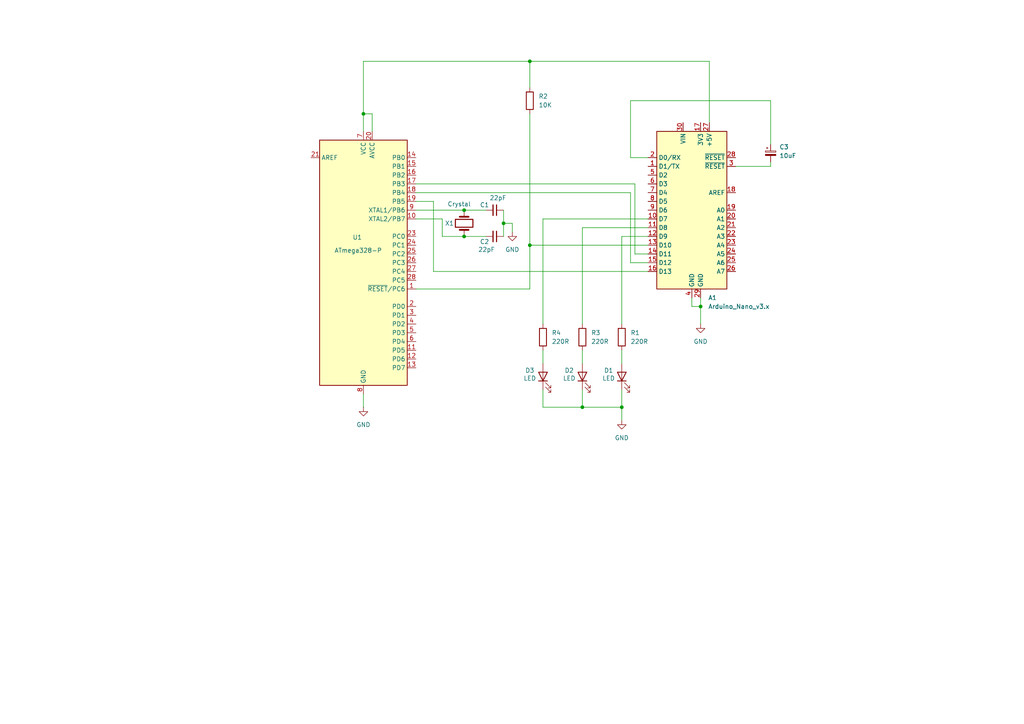
<source format=kicad_sch>
(kicad_sch (version 20231120) (generator "eeschema") (generator_version "8.0")
  (paper "A4")
  (lib_symbols
    (symbol "Device:C_Polarized_Small" (pin_numbers hide) (pin_names (offset 0.254) hide)
      (property "Reference" "C" (at 0.254 1.778 0))
      (property "Value" "C_Polarized_Small" (at 0.254 -2.032 0))
      (symbol "C_Polarized_Small_0_1"
        (rectangle (start -1.524 -0.3048) (end 1.524 -0.6858) (fill (type outline)))
        (rectangle (start -1.524 0.6858) (end 1.524 0.3048))
        (polyline (pts (xy -1.27 1.524) (xy -0.762 1.524)))
        (polyline (pts (xy -1.016 1.27) (xy -1.016 1.778)))
      )
      (symbol "C_Polarized_Small_1_1"
        (pin passive line (at 0 2.54 270) (length 1.8542) (name "~") (number "1"))
        (pin passive line (at 0 -2.54 90) (length 1.8542) (name "~") (number "2"))
      )
    )
    (symbol "Device:C_Small" (pin_numbers hide) (pin_names (offset 0.254) hide)
      (property "Reference" "C" (at 0.254 1.778 0))
      (property "Value" "C_Small" (at 0.254 -2.032 0))
      (symbol "C_Small_0_1"
        (polyline (pts (xy -1.524 -0.508) (xy 1.524 -0.508)) (stroke (width 0.3302)))
        (polyline (pts (xy -1.524 0.508) (xy 1.524 0.508)) (stroke (width 0.3048)))
      )
      (symbol "C_Small_1_1"
        (pin passive line (at 0 2.54 270) (length 2.032) (name "~") (number "1"))
        (pin passive line (at 0 -2.54 90) (length 2.032) (name "~") (number "2"))
      )
    )
    (symbol "Device:Crystal" (pin_numbers hide) (pin_names (offset 1.016) hide)
      (property "Reference" "Y" (at 0 3.81 0))
      (property "Value" "Crystal" (at 0 -3.81 0))
      (symbol "Crystal_0_1"
        (rectangle (start -1.143 2.54) (end 1.143 -2.54) (stroke (width 0.3048)))
        (polyline (pts (xy -2.54 0) (xy -1.905 0)))
        (polyline (pts (xy -1.905 -1.27) (xy -1.905 1.27)) (stroke (width 0.508)))
        (polyline (pts (xy 1.905 -1.27) (xy 1.905 1.27)) (stroke (width 0.508)))
        (polyline (pts (xy 2.54 0) (xy 1.905 0)))
      )
      (symbol "Crystal_1_1"
        (pin passive line (at -3.81 0 0) (length 1.27) (name "1") (number "1"))
        (pin passive line (at 3.81 0 180) (length 1.27) (name "2") (number "2"))
      )
    )
    (symbol "Device:LED" (pin_numbers hide) (pin_names (offset 1.016) hide)
      (property "Reference" "D" (at 0 2.54 0))
      (property "Value" "LED" (at 0 -2.54 0))
      (symbol "LED_0_1"
        (polyline (pts (xy -1.27 -1.27) (xy -1.27 1.27)) (stroke (width 0.254)))
        (polyline (pts (xy -1.27 0) (xy 1.27 0)))
        (polyline (pts (xy 1.27 -1.27) (xy 1.27 1.27) (xy -1.27 0) (xy 1.27 -1.27)) (stroke (width 0.254)))
        (polyline (pts (xy -3.048 -0.762) (xy -4.572 -2.286) (xy -3.81 -2.286) (xy -4.572 -2.286) (xy -4.572 -1.524)))
        (polyline (pts (xy -1.778 -0.762) (xy -3.302 -2.286) (xy -2.54 -2.286) (xy -3.302 -2.286) (xy -3.302 -1.524)))
      )
      (symbol "LED_1_1"
        (pin passive line (at -3.81 0 0) (length 2.54) (name "K") (number "1"))
        (pin passive line (at 3.81 0 180) (length 2.54) (name "A") (number "2"))
      )
    )
    (symbol "Device:R" (pin_numbers hide) (pin_names (offset 0))
      (property "Reference" "R" (at 2.032 0 90))
      (property "Value" "R" (at 0 0 90))
      (symbol "R_0_1"
        (rectangle (start -1.016 -2.54) (end 1.016 2.54) (stroke (width 0.254)))
      )
      (symbol "R_1_1"
        (pin passive line (at 0 3.81 270) (length 1.27) (name "~") (number "1"))
        (pin passive line (at 0 -3.81 90) (length 1.27) (name "~") (number "2"))
      )
    )
    (symbol "MCU_Microchip_ATmega:ATmega328-P"
      (property "Reference" "U" (at -12.7 36.83 0))
      (property "Value" "ATmega328-P" (at 2.54 -36.83 0))
      (symbol "ATmega328-P_0_1"
        (rectangle (start -12.7 -35.56) (end 12.7 35.56) (stroke (width 0.254)) (fill (type background)))
      )
      (symbol "ATmega328-P_1_1"
        (pin bidirectional line (at 15.24 -7.62 180) (length 2.54) (name "~{RESET}/PC6") (number "1"))
        (pin bidirectional line (at 15.24 12.7 180) (length 2.54) (name "XTAL2/PB7") (number "10"))
        (pin bidirectional line (at 15.24 -25.4 180) (length 2.54) (name "PD5") (number "11"))
        (pin bidirectional line (at 15.24 -27.94 180) (length 2.54) (name "PD6") (number "12"))
        (pin bidirectional line (at 15.24 -30.48 180) (length 2.54) (name "PD7") (number "13"))
        (pin bidirectional line (at 15.24 30.48 180) (length 2.54) (name "PB0") (number "14"))
        (pin bidirectional line (at 15.24 27.94 180) (length 2.54) (name "PB1") (number "15"))
        (pin bidirectional line (at 15.24 25.4 180) (length 2.54) (name "PB2") (number "16"))
        (pin bidirectional line (at 15.24 22.86 180) (length 2.54) (name "PB3") (number "17"))
        (pin bidirectional line (at 15.24 20.32 180) (length 2.54) (name "PB4") (number "18"))
        (pin bidirectional line (at 15.24 17.78 180) (length 2.54) (name "PB5") (number "19"))
        (pin bidirectional line (at 15.24 -12.7 180) (length 2.54) (name "PD0") (number "2"))
        (pin power_in line (at 2.54 38.1 270) (length 2.54) (name "AVCC") (number "20"))
        (pin passive line (at -15.24 30.48 0) (length 2.54) (name "AREF") (number "21"))
        (pin passive line (at 0 -38.1 90) (length 2.54) hide (name "GND") (number "22"))
        (pin bidirectional line (at 15.24 7.62 180) (length 2.54) (name "PC0") (number "23"))
        (pin bidirectional line (at 15.24 5.08 180) (length 2.54) (name "PC1") (number "24"))
        (pin bidirectional line (at 15.24 2.54 180) (length 2.54) (name "PC2") (number "25"))
        (pin bidirectional line (at 15.24 0 180) (length 2.54) (name "PC3") (number "26"))
        (pin bidirectional line (at 15.24 -2.54 180) (length 2.54) (name "PC4") (number "27"))
        (pin bidirectional line (at 15.24 -5.08 180) (length 2.54) (name "PC5") (number "28"))
        (pin bidirectional line (at 15.24 -15.24 180) (length 2.54) (name "PD1") (number "3"))
        (pin bidirectional line (at 15.24 -17.78 180) (length 2.54) (name "PD2") (number "4"))
        (pin bidirectional line (at 15.24 -20.32 180) (length 2.54) (name "PD3") (number "5"))
        (pin bidirectional line (at 15.24 -22.86 180) (length 2.54) (name "PD4") (number "6"))
        (pin power_in line (at 0 38.1 270) (length 2.54) (name "VCC") (number "7"))
        (pin power_in line (at 0 -38.1 90) (length 2.54) (name "GND") (number "8"))
        (pin bidirectional line (at 15.24 15.24 180) (length 2.54) (name "XTAL1/PB6") (number "9"))
      )
    )
    (symbol "MCU_Module:Arduino_Nano_v3.x"
      (property "Reference" "A" (at -10.16 23.495 0))
      (property "Value" "Arduino_Nano_v3.x" (at 5.08 -24.13 0))
      (symbol "Arduino_Nano_v3.x_0_1"
        (rectangle (start -10.16 22.86) (end 10.16 -22.86) (stroke (width 0.254)) (fill (type background)))
      )
      (symbol "Arduino_Nano_v3.x_1_1"
        (pin bidirectional line (at -12.7 12.7 0) (length 2.54) (name "D1/TX") (number "1"))
        (pin bidirectional line (at -12.7 -2.54 0) (length 2.54) (name "D7") (number "10"))
        (pin bidirectional line (at -12.7 -5.08 0) (length 2.54) (name "D8") (number "11"))
        (pin bidirectional line (at -12.7 -7.62 0) (length 2.54) (name "D9") (number "12"))
        (pin bidirectional line (at -12.7 -10.16 0) (length 2.54) (name "D10") (number "13"))
        (pin bidirectional line (at -12.7 -12.7 0) (length 2.54) (name "D11") (number "14"))
        (pin bidirectional line (at -12.7 -15.24 0) (length 2.54) (name "D12") (number "15"))
        (pin bidirectional line (at -12.7 -17.78 0) (length 2.54) (name "D13") (number "16"))
        (pin power_out line (at 2.54 25.4 270) (length 2.54) (name "3V3") (number "17"))
        (pin input line (at 12.7 5.08 180) (length 2.54) (name "AREF") (number "18"))
        (pin bidirectional line (at 12.7 0 180) (length 2.54) (name "A0") (number "19"))
        (pin bidirectional line (at -12.7 15.24 0) (length 2.54) (name "D0/RX") (number "2"))
        (pin bidirectional line (at 12.7 -2.54 180) (length 2.54) (name "A1") (number "20"))
        (pin bidirectional line (at 12.7 -5.08 180) (length 2.54) (name "A2") (number "21"))
        (pin bidirectional line (at 12.7 -7.62 180) (length 2.54) (name "A3") (number "22"))
        (pin bidirectional line (at 12.7 -10.16 180) (length 2.54) (name "A4") (number "23"))
        (pin bidirectional line (at 12.7 -12.7 180) (length 2.54) (name "A5") (number "24"))
        (pin bidirectional line (at 12.7 -15.24 180) (length 2.54) (name "A6") (number "25"))
        (pin bidirectional line (at 12.7 -17.78 180) (length 2.54) (name "A7") (number "26"))
        (pin power_out line (at 5.08 25.4 270) (length 2.54) (name "+5V") (number "27"))
        (pin input line (at 12.7 15.24 180) (length 2.54) (name "~{RESET}") (number "28"))
        (pin power_in line (at 2.54 -25.4 90) (length 2.54) (name "GND") (number "29"))
        (pin input line (at 12.7 12.7 180) (length 2.54) (name "~{RESET}") (number "3"))
        (pin power_in line (at -2.54 25.4 270) (length 2.54) (name "VIN") (number "30"))
        (pin power_in line (at 0 -25.4 90) (length 2.54) (name "GND") (number "4"))
        (pin bidirectional line (at -12.7 10.16 0) (length 2.54) (name "D2") (number "5"))
        (pin bidirectional line (at -12.7 7.62 0) (length 2.54) (name "D3") (number "6"))
        (pin bidirectional line (at -12.7 5.08 0) (length 2.54) (name "D4") (number "7"))
        (pin bidirectional line (at -12.7 2.54 0) (length 2.54) (name "D5") (number "8"))
        (pin bidirectional line (at -12.7 0 0) (length 2.54) (name "D6") (number "9"))
      )
    )
    (symbol "power:GND" (power) (pin_numbers hide) (pin_names (offset 0) hide)
      (property "Value" "GND" (at 0 -3.81 0))
      (symbol "GND_0_1"
        (polyline (pts (xy 0 0) (xy 0 -1.27) (xy 1.27 -1.27) (xy 0 -2.54) (xy -1.27 -1.27) (xy 0 -1.27)))
      )
      (symbol "GND_1_1"
        (pin power_in line (at 0 0 270) (length 0) (name "~") (number "1"))
      )
    )
  )
  (junction (at 105.41 33.02))
  (junction (at 168.91 118.11))
  (junction (at 180.34 118.11))
  (junction (at 134.62 60.96))
  (junction (at 203.2 88.9))
  (junction (at 153.67 17.78))
  (junction (at 146.05 64.77))
  (junction (at 134.62 68.58))
  (junction (at 153.67 71.12))
  (wire (pts (xy 146.05 60.96) (xy 146.05 64.77)))
  (wire (pts (xy 105.41 17.78) (xy 153.67 17.78)))
  (wire (pts (xy 180.34 68.58) (xy 187.96 68.58)))
  (wire (pts (xy 203.2 88.9) (xy 203.2 93.98)))
  (wire (pts (xy 168.91 113.03) (xy 168.91 118.11)))
  (wire (pts (xy 105.41 33.02) (xy 105.41 17.78)))
  (wire (pts (xy 120.65 55.88) (xy 182.88 55.88)))
  (wire (pts (xy 223.52 48.26) (xy 223.52 46.99)))
  (wire (pts (xy 182.88 29.21) (xy 223.52 29.21)))
  (wire (pts (xy 148.59 67.31) (xy 148.59 64.77)))
  (wire (pts (xy 153.67 71.12) (xy 187.96 71.12)))
  (wire (pts (xy 134.62 60.96) (xy 140.97 60.96)))
  (wire (pts (xy 184.15 53.34) (xy 184.15 73.66)))
  (wire (pts (xy 168.91 118.11) (xy 180.34 118.11)))
  (wire (pts (xy 223.52 29.21) (xy 223.52 41.91)))
  (wire (pts (xy 180.34 113.03) (xy 180.34 118.11)))
  (wire (pts (xy 157.48 118.11) (xy 168.91 118.11)))
  (wire (pts (xy 180.34 93.98) (xy 180.34 68.58)))
  (wire (pts (xy 213.36 48.26) (xy 223.52 48.26)))
  (wire (pts (xy 107.95 33.02) (xy 105.41 33.02)))
  (wire (pts (xy 105.41 38.1) (xy 105.41 33.02)))
  (wire (pts (xy 184.15 73.66) (xy 187.96 73.66)))
  (wire (pts (xy 180.34 118.11) (xy 180.34 121.92)))
  (wire (pts (xy 157.48 113.03) (xy 157.48 118.11)))
  (wire (pts (xy 120.65 63.5) (xy 128.27 63.5)))
  (wire (pts (xy 200.66 86.36) (xy 200.66 88.9)))
  (wire (pts (xy 153.67 83.82) (xy 153.67 71.12)))
  (wire (pts (xy 157.48 93.98) (xy 157.48 63.5)))
  (wire (pts (xy 157.48 63.5) (xy 187.96 63.5)))
  (wire (pts (xy 128.27 68.58) (xy 134.62 68.58)))
  (wire (pts (xy 168.91 93.98) (xy 168.91 66.04)))
  (wire (pts (xy 120.65 58.42) (xy 125.73 58.42)))
  (wire (pts (xy 182.88 76.2) (xy 187.96 76.2)))
  (wire (pts (xy 134.62 68.58) (xy 140.97 68.58)))
  (wire (pts (xy 180.34 101.6) (xy 180.34 105.41)))
  (wire (pts (xy 125.73 58.42) (xy 125.73 78.74)))
  (wire (pts (xy 205.74 35.56) (xy 205.74 17.78)))
  (wire (pts (xy 148.59 64.77) (xy 146.05 64.77)))
  (wire (pts (xy 105.41 114.3) (xy 105.41 118.11)))
  (wire (pts (xy 146.05 64.77) (xy 146.05 68.58)))
  (wire (pts (xy 120.65 60.96) (xy 134.62 60.96)))
  (wire (pts (xy 168.91 66.04) (xy 187.96 66.04)))
  (wire (pts (xy 153.67 25.4) (xy 153.67 17.78)))
  (wire (pts (xy 182.88 55.88) (xy 182.88 76.2)))
  (wire (pts (xy 153.67 33.02) (xy 153.67 71.12)))
  (wire (pts (xy 200.66 88.9) (xy 203.2 88.9)))
  (wire (pts (xy 128.27 63.5) (xy 128.27 68.58)))
  (wire (pts (xy 182.88 45.72) (xy 182.88 29.21)))
  (wire (pts (xy 125.73 78.74) (xy 187.96 78.74)))
  (wire (pts (xy 157.48 101.6) (xy 157.48 105.41)))
  (wire (pts (xy 203.2 86.36) (xy 203.2 88.9)))
  (wire (pts (xy 168.91 101.6) (xy 168.91 105.41)))
  (wire (pts (xy 107.95 38.1) (xy 107.95 33.02)))
  (wire (pts (xy 120.65 53.34) (xy 184.15 53.34)))
  (wire (pts (xy 153.67 17.78) (xy 205.74 17.78)))
  (wire (pts (xy 120.65 83.82) (xy 153.67 83.82)))
  (wire (pts (xy 187.96 45.72) (xy 182.88 45.72)))
  (symbol (lib_id "Device:Crystal") (at 134.62 64.77 90) (unit 1)
    (property "Reference" "X1" (at 129.032 64.77 90) (effects (justify right)))
    (property "Value" "Crystal" (at 129.794 59.182 90) (effects (justify right)))
    (property "Footprint" "Crystal:Crystal_HC49-4H_Vertical" (effects (hide yes)))
    (property "Description" "Two pin crystal" (effects (hide yes)))
  )
  (symbol (lib_id "MCU_Module:Arduino_Nano_v3.x") (at 200.66 60.96 0) (unit 1)
    (property "Reference" "A1" (at 205.3941 86.36 0) (effects (justify left)))
    (property "Value" "Arduino_Nano_v3.x" (at 205.3941 88.9 0) (effects (justify left)))
    (property "Footprint" "Module:Arduino_Nano" (effects (hide yes)))
    (property "Datasheet" "http://www.mouser.com/pdfdocs/Gravitech_Arduino_Nano3_0.pdf" (effects (hide yes)))
    (property "Description" "Arduino Nano v3.x" (effects (hide yes)))
  )
  (symbol (lib_id "Device:R") (at 168.91 97.79 0) (unit 1)
    (property "Reference" "R3" (at 171.45 96.5199 0) (effects (justify left)))
    (property "Value" "220R" (at 171.45 99.0599 0) (effects (justify left)))
    (property "Footprint" "Resistor_THT:R_Axial_DIN0207_L6.3mm_D2.5mm_P10.16mm_Horizontal" (effects (hide yes)))
    (property "Description" "Resistor" (effects (hide yes)))
  )
  (symbol (lib_id "MCU_Microchip_ATmega:ATmega328-P") (at 105.41 76.2 0) (unit 1)
    (property "Reference" "U1" (at 103.632 68.834 0))
    (property "Value" "ATmega328-P" (at 103.886 72.644 0))
    (property "Footprint" "Package_DIP:DIP-28_W7.62mm" (effects (hide yes)))
    (property "Datasheet" "http://ww1.microchip.com/downloads/en/DeviceDoc/ATmega328_P%20AVR%20MCU%20with%20picoPower%20Technology%20Data%20Sheet%2040001984A.pdf" (effects (hide yes)))
    (property "Description" "20MHz, 32kB Flash, 2kB SRAM, 1kB EEPROM, DIP-28" (effects (hide yes)))
  )
  (symbol (lib_id "Device:R") (at 157.48 97.79 0) (unit 1)
    (property "Reference" "R4" (at 160.02 96.5199 0) (effects (justify left)))
    (property "Value" "220R" (at 160.02 99.0599 0) (effects (justify left)))
    (property "Footprint" "Resistor_THT:R_Axial_DIN0207_L6.3mm_D2.5mm_P10.16mm_Horizontal" (effects (hide yes)))
    (property "Description" "Resistor" (effects (hide yes)))
  )
  (symbol (lib_id "Device:C_Small") (at 143.51 60.96 270) (unit 1)
    (property "Reference" "C1" (at 139.192 59.436 90) (effects (justify left)))
    (property "Value" "22pF" (at 141.986 57.404 90) (effects (justify left)))
    (property "Footprint" "Capacitor_THT:C_Disc_D3.0mm_W1.6mm_P2.50mm" (effects (hide yes)))
    (property "Description" "Unpolarized capacitor, small symbol" (effects (hide yes)))
  )
  (symbol (lib_id "Device:C_Polarized_Small") (at 223.52 44.45 0) (unit 1)
    (property "Reference" "C3" (at 226.06 42.6338 0) (effects (justify left)))
    (property "Value" "10uF" (at 226.06 45.1738 0) (effects (justify left)))
    (property "Footprint" "Capacitor_THT:CP_Radial_D5.0mm_P2.50mm" (effects (hide yes)))
    (property "Description" "Polarized capacitor, small symbol" (effects (hide yes)))
  )
  (symbol (lib_id "power:GND") (at 148.59 67.31 0) (unit 1)
    (property "Reference" "#PWR03" (effects (hide yes)))
    (property "Value" "GND" (at 148.59 72.39 0))
    (property "Description" "Power symbol creates a global label with name \"GND\" , ground" (effects (hide yes)))
  )
  (symbol (lib_id "Device:C_Small") (at 143.51 68.58 270) (unit 1)
    (property "Reference" "C2" (at 139.192 70.104 90) (effects (justify left)))
    (property "Value" "22pF" (at 138.684 72.39 90) (effects (justify left)))
    (property "Footprint" "Capacitor_THT:C_Disc_D3.0mm_W1.6mm_P2.50mm" (effects (hide yes)))
    (property "Description" "Unpolarized capacitor, small symbol" (effects (hide yes)))
  )
  (symbol (lib_id "Device:R") (at 180.34 97.79 0) (unit 1)
    (property "Reference" "R1" (at 182.88 96.5199 0) (effects (justify left)))
    (property "Value" "220R" (at 182.88 99.0599 0) (effects (justify left)))
    (property "Footprint" "Resistor_THT:R_Axial_DIN0207_L6.3mm_D2.5mm_P10.16mm_Horizontal" (effects (hide yes)))
    (property "Description" "Resistor" (effects (hide yes)))
  )
  (symbol (lib_id "power:GND") (at 180.34 121.92 0) (unit 1)
    (property "Reference" "#PWR01" (effects (hide yes)))
    (property "Value" "GND" (at 180.34 127 0))
    (property "Description" "Power symbol creates a global label with name \"GND\" , ground" (effects (hide yes)))
  )
  (symbol (lib_id "Device:LED") (at 157.48 109.22 90) (unit 1)
    (property "Reference" "D3" (at 153.67 107.442 90))
    (property "Value" "LED" (at 153.67 109.728 90))
    (property "Footprint" "LED_THT:LED_D3.0mm" (effects (hide yes)))
    (property "Description" "Light emitting diode" (effects (hide yes)))
  )
  (symbol (lib_id "Device:LED") (at 180.34 109.22 90) (unit 1)
    (property "Reference" "D1" (at 176.53 107.442 90))
    (property "Value" "LED" (at 176.53 109.728 90))
    (property "Footprint" "LED_THT:LED_D3.0mm" (effects (hide yes)))
    (property "Description" "Light emitting diode" (effects (hide yes)))
  )
  (symbol (lib_id "Device:R") (at 153.67 29.21 0) (unit 1)
    (property "Reference" "R2" (at 156.21 27.9399 0) (effects (justify left)))
    (property "Value" "10K" (at 156.21 30.4799 0) (effects (justify left)))
    (property "Footprint" "Resistor_THT:R_Axial_DIN0207_L6.3mm_D2.5mm_P10.16mm_Horizontal" (effects (hide yes)))
    (property "Description" "Resistor" (effects (hide yes)))
  )
  (symbol (lib_id "power:GND") (at 203.2 93.98 0) (unit 1)
    (property "Reference" "#PWR05" (effects (hide yes)))
    (property "Value" "GND" (at 203.2 99.06 0))
    (property "Description" "Power symbol creates a global label with name \"GND\" , ground" (effects (hide yes)))
  )
  (symbol (lib_id "Device:LED") (at 168.91 109.22 90) (unit 1)
    (property "Reference" "D2" (at 165.1 107.442 90))
    (property "Value" "LED" (at 165.1 109.728 90))
    (property "Footprint" "LED_THT:LED_D3.0mm" (effects (hide yes)))
    (property "Description" "Light emitting diode" (effects (hide yes)))
  )
  (symbol (lib_id "power:GND") (at 105.41 118.11 0) (unit 1)
    (property "Reference" "#PWR02" (effects (hide yes)))
    (property "Value" "GND" (at 105.41 123.19 0))
    (property "Description" "Power symbol creates a global label with name \"GND\" , ground" (effects (hide yes)))
  )
)
</source>
